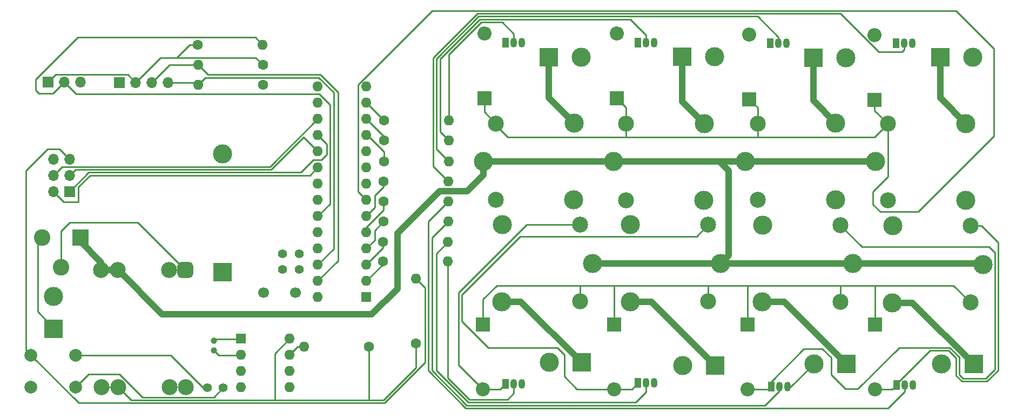
<source format=gbr>
%TF.GenerationSoftware,KiCad,Pcbnew,7.0.7*%
%TF.CreationDate,2024-02-15T10:33:02+01:00*%
%TF.ProjectId,Projektarbete_P3,50726f6a-656b-4746-9172-626574655f50,rev?*%
%TF.SameCoordinates,Original*%
%TF.FileFunction,Copper,L2,Bot*%
%TF.FilePolarity,Positive*%
%FSLAX46Y46*%
G04 Gerber Fmt 4.6, Leading zero omitted, Abs format (unit mm)*
G04 Created by KiCad (PCBNEW 7.0.7) date 2024-02-15 10:33:02*
%MOMM*%
%LPD*%
G01*
G04 APERTURE LIST*
G04 Aperture macros list*
%AMRoundRect*
0 Rectangle with rounded corners*
0 $1 Rounding radius*
0 $2 $3 $4 $5 $6 $7 $8 $9 X,Y pos of 4 corners*
0 Add a 4 corners polygon primitive as box body*
4,1,4,$2,$3,$4,$5,$6,$7,$8,$9,$2,$3,0*
0 Add four circle primitives for the rounded corners*
1,1,$1+$1,$2,$3*
1,1,$1+$1,$4,$5*
1,1,$1+$1,$6,$7*
1,1,$1+$1,$8,$9*
0 Add four rect primitives between the rounded corners*
20,1,$1+$1,$2,$3,$4,$5,0*
20,1,$1+$1,$4,$5,$6,$7,0*
20,1,$1+$1,$6,$7,$8,$9,0*
20,1,$1+$1,$8,$9,$2,$3,0*%
G04 Aperture macros list end*
%TA.AperFunction,ComponentPad*%
%ADD10R,3.000000X3.000000*%
%TD*%
%TA.AperFunction,ComponentPad*%
%ADD11C,3.000000*%
%TD*%
%TA.AperFunction,ComponentPad*%
%ADD12R,1.050000X1.500000*%
%TD*%
%TA.AperFunction,ComponentPad*%
%ADD13O,1.050000X1.500000*%
%TD*%
%TA.AperFunction,ComponentPad*%
%ADD14C,1.600000*%
%TD*%
%TA.AperFunction,ComponentPad*%
%ADD15O,1.600000X1.600000*%
%TD*%
%TA.AperFunction,ComponentPad*%
%ADD16C,2.000000*%
%TD*%
%TA.AperFunction,ComponentPad*%
%ADD17C,2.500000*%
%TD*%
%TA.AperFunction,ComponentPad*%
%ADD18R,1.700000X1.700000*%
%TD*%
%TA.AperFunction,ComponentPad*%
%ADD19O,1.700000X1.700000*%
%TD*%
%TA.AperFunction,ComponentPad*%
%ADD20C,1.700000*%
%TD*%
%TA.AperFunction,ComponentPad*%
%ADD21RoundRect,0.625000X-0.625000X0.625000X-0.625000X-0.625000X0.625000X-0.625000X0.625000X0.625000X0*%
%TD*%
%TA.AperFunction,ComponentPad*%
%ADD22R,2.200000X2.200000*%
%TD*%
%TA.AperFunction,ComponentPad*%
%ADD23O,2.200000X2.200000*%
%TD*%
%TA.AperFunction,ComponentPad*%
%ADD24R,2.600000X2.600000*%
%TD*%
%TA.AperFunction,ComponentPad*%
%ADD25C,2.600000*%
%TD*%
%TA.AperFunction,ComponentPad*%
%ADD26C,1.000000*%
%TD*%
%TA.AperFunction,ComponentPad*%
%ADD27C,1.400000*%
%TD*%
%TA.AperFunction,ComponentPad*%
%ADD28R,1.600000X1.600000*%
%TD*%
%TA.AperFunction,Conductor*%
%ADD29C,0.250000*%
%TD*%
%TA.AperFunction,Conductor*%
%ADD30C,1.000000*%
%TD*%
G04 APERTURE END LIST*
D10*
%TO.P,J2,1,Pin_1*%
%TO.N,Net-(J2-Pin_1)*%
X202666800Y-106248400D03*
D11*
%TO.P,J2,2,Pin_2*%
%TO.N,GND*%
X197586800Y-106248400D03*
%TD*%
D12*
%TO.P,Q4,1,C*%
%TO.N,Net-(D4-A)*%
X170764400Y-55956400D03*
D13*
%TO.P,Q4,2,B*%
%TO.N,Net-(Q4-B)*%
X172034400Y-55956400D03*
%TO.P,Q4,3,E*%
%TO.N,GND*%
X173304400Y-55956400D03*
%TD*%
D12*
%TO.P,Q2,1,C*%
%TO.N,Net-(D2-A)*%
X190595600Y-109543200D03*
D13*
%TO.P,Q2,2,B*%
%TO.N,Net-(Q2-B)*%
X191865600Y-109543200D03*
%TO.P,Q2,3,E*%
%TO.N,GND*%
X193135600Y-109543200D03*
%TD*%
D14*
%TO.P,R9,1*%
%TO.N,+5V*%
X115240000Y-102997200D03*
D15*
%TO.P,R9,2*%
%TO.N,/Resetbutton*%
X115240000Y-92837200D03*
%TD*%
D14*
%TO.P,R10,1*%
%TO.N,+5V*%
X91236800Y-59334400D03*
D15*
%TO.P,R10,2*%
%TO.N,/AnalogPin4{slash}SDA*%
X81076800Y-59334400D03*
%TD*%
D16*
%TO.P,SW1,1,1*%
%TO.N,Net-(C1-Pad2)*%
X61873200Y-109844400D03*
%TO.P,SW1,2,2*%
%TO.N,GND*%
X54862800Y-109844400D03*
%TO.P,SW1,3,K*%
%TO.N,/Resetbutton*%
X54862800Y-104815200D03*
%TO.P,SW1,4,A*%
%TO.N,Net-(SW1-A)*%
X61924000Y-104815200D03*
%TD*%
D10*
%TO.P,J1,1,Pin_1*%
%TO.N,Net-(J1-Pin_1)*%
X197416000Y-58140200D03*
D11*
%TO.P,J1,2,Pin_2*%
%TO.N,GND*%
X202496000Y-58140200D03*
%TD*%
D14*
%TO.P,R12,1*%
%TO.N,+5V*%
X81026000Y-56134000D03*
D15*
%TO.P,R12,2*%
%TO.N,/AnalogPin0*%
X91186000Y-56134000D03*
%TD*%
D11*
%TO.P,K5,1*%
%TO.N,/Power_input*%
X163008400Y-90449600D03*
D17*
%TO.P,K5,2*%
%TO.N,Net-(D5-A)*%
X161058400Y-84399600D03*
D11*
%TO.P,K5,3*%
%TO.N,unconnected-(K5-Pad3)*%
X148858400Y-84399600D03*
%TO.P,K5,4*%
%TO.N,Net-(J5-Pin_1)*%
X148808400Y-96449600D03*
D17*
%TO.P,K5,5*%
%TO.N,+5V*%
X161058400Y-96399600D03*
%TD*%
D11*
%TO.P,K6,1*%
%TO.N,/Power_input*%
X146250000Y-74500000D03*
D17*
%TO.P,K6,2*%
%TO.N,Net-(D6-A)*%
X148200000Y-80550000D03*
D11*
%TO.P,K6,3*%
%TO.N,unconnected-(K6-Pad3)*%
X160400000Y-80550000D03*
%TO.P,K6,4*%
%TO.N,Net-(J6-Pin_1)*%
X160450000Y-68500000D03*
D17*
%TO.P,K6,5*%
%TO.N,+5V*%
X148200000Y-68550000D03*
%TD*%
D14*
%TO.P,R11,1*%
%TO.N,+5V*%
X91236800Y-62433200D03*
D15*
%TO.P,R11,2*%
%TO.N,/AnalogPin5{slash}SCL*%
X81076800Y-62433200D03*
%TD*%
D11*
%TO.P,K8,1*%
%TO.N,/Power_input*%
X125850000Y-74450000D03*
D17*
%TO.P,K8,2*%
%TO.N,Net-(D8-A)*%
X127800000Y-80500000D03*
D11*
%TO.P,K8,3*%
%TO.N,unconnected-(K8-Pad3)*%
X140000000Y-80500000D03*
%TO.P,K8,4*%
%TO.N,Net-(J8-Pin_1)*%
X140050000Y-68450000D03*
D17*
%TO.P,K8,5*%
%TO.N,+5V*%
X127800000Y-68500000D03*
%TD*%
D18*
%TO.P,J12,1,Pin_1*%
%TO.N,+5V*%
X57556400Y-62026800D03*
D19*
%TO.P,J12,2,Pin_2*%
%TO.N,/AnalogPin0*%
X60096400Y-62026800D03*
%TO.P,J12,3,Pin_3*%
%TO.N,GND*%
X62636400Y-62026800D03*
%TD*%
D12*
%TO.P,Q6,1,C*%
%TO.N,Net-(D6-A)*%
X150057200Y-55796800D03*
D13*
%TO.P,Q6,2,B*%
%TO.N,Net-(Q6-B)*%
X151327200Y-55796800D03*
%TO.P,Q6,3,E*%
%TO.N,GND*%
X152597200Y-55796800D03*
%TD*%
D12*
%TO.P,Q5,1,C*%
%TO.N,Net-(D5-A)*%
X150057200Y-109187600D03*
D13*
%TO.P,Q5,2,B*%
%TO.N,Net-(Q5-B)*%
X151327200Y-109187600D03*
%TO.P,Q5,3,E*%
%TO.N,GND*%
X152597200Y-109187600D03*
%TD*%
D20*
%TO.P,Y1,1,1*%
%TO.N,/XTAL2{slash}TOSC2*%
X96378400Y-94996000D03*
%TO.P,Y1,2,2*%
%TO.N,/XTAL1{slash}TOSC1*%
X91378400Y-94996000D03*
%TD*%
D12*
%TO.P,Q3,1,C*%
%TO.N,Net-(D3-A)*%
X170916800Y-109804400D03*
D13*
%TO.P,Q3,2,B*%
%TO.N,Net-(Q3-B)*%
X172186800Y-109804400D03*
%TO.P,Q3,3,E*%
%TO.N,GND*%
X173456800Y-109804400D03*
%TD*%
D21*
%TO.P,Volt_regulator1,1,INPUT-*%
%TO.N,Net-(BJ1-Pad3)*%
X79121000Y-91490800D03*
D17*
%TO.P,Volt_regulator1,2,INPUT-*%
X76581000Y-91490800D03*
%TO.P,Volt_regulator1,3,INPUT+*%
%TO.N,/Power_input*%
X68529200Y-91490800D03*
%TO.P,Volt_regulator1,4,INPUT+*%
X65918000Y-91490800D03*
%TO.P,Volt_regulator1,5,OUTPUT-*%
%TO.N,GND*%
X79146400Y-109829600D03*
%TO.P,Volt_regulator1,6,OUTPUT-*%
X76606400Y-109829600D03*
%TO.P,Volt_regulator1,7,OUTPUT+*%
%TO.N,+5V*%
X68554600Y-109829600D03*
%TO.P,Volt_regulator1,8,OUTPUT+*%
X65943400Y-109829600D03*
%TD*%
D10*
%TO.P,J3,1,Pin_1*%
%TO.N,Net-(J3-Pin_1)*%
X182702400Y-106197600D03*
D11*
%TO.P,J3,2,Pin_2*%
%TO.N,GND*%
X177622400Y-106197600D03*
%TD*%
D14*
%TO.P,R6,1*%
%TO.N,/DIG_I{slash}O6*%
X110261600Y-71145600D03*
D15*
%TO.P,R6,2*%
%TO.N,Net-(Q6-B)*%
X120421600Y-71145600D03*
%TD*%
D22*
%TO.P,D3,1,K*%
%TO.N,+5V*%
X167208400Y-100050800D03*
D23*
%TO.P,D3,2,A*%
%TO.N,Net-(D3-A)*%
X167208400Y-110210800D03*
%TD*%
D24*
%TO.P,BJ1,1*%
%TO.N,/Power_input*%
X62636400Y-86360000D03*
D25*
%TO.P,BJ1,2*%
%TO.N,Net-(J9-Pin_1)*%
X56636400Y-86360000D03*
%TO.P,BJ1,3*%
%TO.N,Net-(BJ1-Pad3)*%
X59636400Y-91060000D03*
%TD*%
D14*
%TO.P,R5,1*%
%TO.N,/DIG_I{slash}O1*%
X110109200Y-87046000D03*
D15*
%TO.P,R5,2*%
%TO.N,Net-(Q5-B)*%
X120269200Y-87046000D03*
%TD*%
D10*
%TO.P,J4,1,Pin_1*%
%TO.N,Net-(J4-Pin_1)*%
X177520800Y-58191600D03*
D11*
%TO.P,J4,2,Pin_2*%
%TO.N,GND*%
X182600800Y-58191600D03*
%TD*%
D26*
%TO.P,Y2,1,1*%
%TO.N,/X2-Crystal*%
X83566000Y-104077200D03*
%TO.P,Y2,2,2*%
%TO.N,/X1-Crystal*%
X83566000Y-102577200D03*
%TD*%
D10*
%TO.P,J7,1,Pin_1*%
%TO.N,Net-(J7-Pin_1)*%
X141198800Y-105987800D03*
D11*
%TO.P,J7,2,Pin_2*%
%TO.N,GND*%
X136118800Y-105987800D03*
%TD*%
D27*
%TO.P,C1,1*%
%TO.N,Net-(SW1-A)*%
X82550000Y-109931200D03*
%TO.P,C1,2*%
%TO.N,Net-(C1-Pad2)*%
X85050000Y-109931200D03*
%TD*%
D11*
%TO.P,K3,1*%
%TO.N,/Power_input*%
X183734800Y-90500400D03*
D17*
%TO.P,K3,2*%
%TO.N,Net-(D3-A)*%
X181784800Y-84450400D03*
D11*
%TO.P,K3,3*%
%TO.N,unconnected-(K3-Pad3)*%
X169584800Y-84450400D03*
%TO.P,K3,4*%
%TO.N,Net-(J3-Pin_1)*%
X169534800Y-96500400D03*
D17*
%TO.P,K3,5*%
%TO.N,+5V*%
X181784800Y-96450400D03*
%TD*%
D12*
%TO.P,Q8,1,C*%
%TO.N,Net-(D8-A)*%
X129330800Y-55796800D03*
D13*
%TO.P,Q8,2,B*%
%TO.N,Net-(Q8-B)*%
X130600800Y-55796800D03*
%TO.P,Q8,3,E*%
%TO.N,GND*%
X131870800Y-55796800D03*
%TD*%
D14*
%TO.P,R13,1*%
%TO.N,+5V*%
X107899200Y-103530400D03*
D15*
%TO.P,R13,2*%
%TO.N,Net-(U2-SQW{slash}OUT)*%
X97739200Y-103530400D03*
%TD*%
D18*
%TO.P,J11,1,MISO*%
%TO.N,/MISO*%
X60960000Y-79197200D03*
D19*
%TO.P,J11,2,VCC*%
%TO.N,+5V*%
X58420000Y-79197200D03*
%TO.P,J11,3,SCK*%
%TO.N,/SCK*%
X60960000Y-76657200D03*
%TO.P,J11,4,MOSI*%
%TO.N,/MOSI{slash}OC2A*%
X58420000Y-76657200D03*
%TO.P,J11,5,~{RST}*%
%TO.N,/Resetbutton*%
X60960000Y-74117200D03*
%TO.P,J11,6,GND*%
%TO.N,GND*%
X58420000Y-74117200D03*
%TD*%
D22*
%TO.P,D4,1,K*%
%TO.N,+5V*%
X167462400Y-64687400D03*
D23*
%TO.P,D4,2,A*%
%TO.N,Net-(D4-A)*%
X167462400Y-54527400D03*
%TD*%
D22*
%TO.P,D2,1,K*%
%TO.N,+5V*%
X187172800Y-100050800D03*
D23*
%TO.P,D2,2,A*%
%TO.N,Net-(D2-A)*%
X187172800Y-110210800D03*
%TD*%
D22*
%TO.P,D1,1,K*%
%TO.N,+5V*%
X187122000Y-64795600D03*
D23*
%TO.P,D1,2,A*%
%TO.N,Net-(D1-A)*%
X187122000Y-54635600D03*
%TD*%
D10*
%TO.P,J8,1,Pin_1*%
%TO.N,Net-(J8-Pin_1)*%
X136068000Y-58134200D03*
D11*
%TO.P,J8,2,Pin_2*%
%TO.N,GND*%
X141148000Y-58134200D03*
%TD*%
D27*
%TO.P,C3,1*%
%TO.N,/XTAL2{slash}TOSC2*%
X96977200Y-91420000D03*
%TO.P,C3,2*%
%TO.N,GND*%
X96977200Y-88920000D03*
%TD*%
D10*
%TO.P,J9,1,Pin_1*%
%TO.N,Net-(J9-Pin_1)*%
X58420000Y-100736400D03*
D11*
%TO.P,J9,2,Pin_2*%
%TO.N,GND*%
X58420000Y-95656400D03*
%TD*%
%TO.P,K1,1*%
%TO.N,/Power_input*%
X187250000Y-74500000D03*
D17*
%TO.P,K1,2*%
%TO.N,Net-(D1-A)*%
X189200000Y-80550000D03*
D11*
%TO.P,K1,3*%
%TO.N,unconnected-(K1-Pad3)*%
X201400000Y-80550000D03*
%TO.P,K1,4*%
%TO.N,Net-(J1-Pin_1)*%
X201450000Y-68500000D03*
D17*
%TO.P,K1,5*%
%TO.N,+5V*%
X189200000Y-68550000D03*
%TD*%
D12*
%TO.P,Q7,1,C*%
%TO.N,Net-(D7-A)*%
X129330800Y-109340000D03*
D13*
%TO.P,Q7,2,B*%
%TO.N,Net-(Q7-B)*%
X130600800Y-109340000D03*
%TO.P,Q7,3,E*%
%TO.N,GND*%
X131870800Y-109340000D03*
%TD*%
D10*
%TO.P,J6,1,Pin_1*%
%TO.N,Net-(J6-Pin_1)*%
X156997600Y-58039200D03*
D11*
%TO.P,J6,2,Pin_2*%
%TO.N,GND*%
X162077600Y-58039200D03*
%TD*%
D18*
%TO.P,J10,1,Pin_1*%
%TO.N,GND*%
X68783200Y-62077600D03*
D19*
%TO.P,J10,2,Pin_2*%
%TO.N,+5V*%
X71323200Y-62077600D03*
%TO.P,J10,3,Pin_3*%
%TO.N,/AnalogPin4{slash}SDA*%
X73863200Y-62077600D03*
%TO.P,J10,4,Pin_4*%
%TO.N,/AnalogPin5{slash}SCL*%
X76403200Y-62077600D03*
%TD*%
D14*
%TO.P,R2,1*%
%TO.N,/DIG_I{slash}O3*%
X110160000Y-80696000D03*
D15*
%TO.P,R2,2*%
%TO.N,Net-(Q2-B)*%
X120320000Y-80696000D03*
%TD*%
D14*
%TO.P,R8,1*%
%TO.N,/DIG_I{slash}O7*%
X110261600Y-67996000D03*
D15*
%TO.P,R8,2*%
%TO.N,Net-(Q8-B)*%
X120421600Y-67996000D03*
%TD*%
D22*
%TO.P,D8,1,K*%
%TO.N,+5V*%
X126009600Y-64541600D03*
D23*
%TO.P,D8,2,A*%
%TO.N,Net-(D8-A)*%
X126009600Y-54381600D03*
%TD*%
D14*
%TO.P,R4,1*%
%TO.N,/DIG_I{slash}O5*%
X110210800Y-74498400D03*
D15*
%TO.P,R4,2*%
%TO.N,Net-(Q4-B)*%
X120370800Y-74498400D03*
%TD*%
D10*
%TO.P,BT1,1,+*%
%TO.N,Net-(BT1-+)*%
X84886800Y-91846400D03*
D11*
%TO.P,BT1,2,-*%
%TO.N,GND*%
X84886800Y-73304400D03*
%TD*%
D12*
%TO.P,Q1,1,C*%
%TO.N,Net-(D1-A)*%
X190525600Y-55905600D03*
D13*
%TO.P,Q1,2,B*%
%TO.N,Net-(Q1-B)*%
X191795600Y-55905600D03*
%TO.P,Q1,3,E*%
%TO.N,GND*%
X193065600Y-55905600D03*
%TD*%
D22*
%TO.P,D6,1,K*%
%TO.N,+5V*%
X146736000Y-64535000D03*
D23*
%TO.P,D6,2,A*%
%TO.N,Net-(D6-A)*%
X146736000Y-54375000D03*
%TD*%
D22*
%TO.P,D7,1,K*%
%TO.N,+5V*%
X125755600Y-100050800D03*
D23*
%TO.P,D7,2,A*%
%TO.N,Net-(D7-A)*%
X125755600Y-110210800D03*
%TD*%
D14*
%TO.P,R1,1*%
%TO.N,/DIG_I{slash}O4*%
X110160000Y-77597200D03*
D15*
%TO.P,R1,2*%
%TO.N,Net-(Q1-B)*%
X120320000Y-77597200D03*
%TD*%
D22*
%TO.P,D5,1,K*%
%TO.N,+5V*%
X146278800Y-100000000D03*
D23*
%TO.P,D5,2,A*%
%TO.N,Net-(D5-A)*%
X146278800Y-110160000D03*
%TD*%
D11*
%TO.P,K7,1*%
%TO.N,/Power_input*%
X142891600Y-90449600D03*
D17*
%TO.P,K7,2*%
%TO.N,Net-(D7-A)*%
X140941600Y-84399600D03*
D11*
%TO.P,K7,3*%
%TO.N,unconnected-(K7-Pad3)*%
X128741600Y-84399600D03*
%TO.P,K7,4*%
%TO.N,Net-(J7-Pin_1)*%
X128691600Y-96449600D03*
D17*
%TO.P,K7,5*%
%TO.N,+5V*%
X140941600Y-96399600D03*
%TD*%
D11*
%TO.P,K4,1*%
%TO.N,/Power_input*%
X166850000Y-74450000D03*
D17*
%TO.P,K4,2*%
%TO.N,Net-(D4-A)*%
X168800000Y-80500000D03*
D11*
%TO.P,K4,3*%
%TO.N,unconnected-(K4-Pad3)*%
X181000000Y-80500000D03*
%TO.P,K4,4*%
%TO.N,Net-(J4-Pin_1)*%
X181050000Y-68450000D03*
D17*
%TO.P,K4,5*%
%TO.N,+5V*%
X168800000Y-68500000D03*
%TD*%
D28*
%TO.P,U1,1,~{RESET}/PC6*%
%TO.N,/Resetbutton*%
X107467600Y-95732800D03*
D15*
%TO.P,U1,2,PD0*%
%TO.N,/DIG_I{slash}O0*%
X107467600Y-93192800D03*
%TO.P,U1,3,PD1*%
%TO.N,/DIG_I{slash}O1*%
X107467600Y-90652800D03*
%TO.P,U1,4,PD2*%
%TO.N,/DIG_I{slash}O2*%
X107467600Y-88112800D03*
%TO.P,U1,5,PD3*%
%TO.N,/DIG_I{slash}O3*%
X107467600Y-85572800D03*
%TO.P,U1,6,PD4*%
%TO.N,/DIG_I{slash}O4*%
X107467600Y-83032800D03*
%TO.P,U1,7,VCC*%
%TO.N,+5V*%
X107467600Y-80492800D03*
%TO.P,U1,8,GND*%
%TO.N,GND*%
X107467600Y-77952800D03*
%TO.P,U1,9,XTAL1/PB6*%
%TO.N,/XTAL1{slash}TOSC1*%
X107467600Y-75412800D03*
%TO.P,U1,10,XTAL2/PB7*%
%TO.N,/XTAL2{slash}TOSC2*%
X107467600Y-72872800D03*
%TO.P,U1,11,PD5*%
%TO.N,/DIG_I{slash}O5*%
X107467600Y-70332800D03*
%TO.P,U1,12,PD6*%
%TO.N,/DIG_I{slash}O6*%
X107467600Y-67792800D03*
%TO.P,U1,13,PD7*%
%TO.N,/DIG_I{slash}O7*%
X107467600Y-65252800D03*
%TO.P,U1,14,PB0*%
%TO.N,/CLKO{slash}ICP1*%
X107467600Y-62712800D03*
%TO.P,U1,15,PB1*%
%TO.N,/OC1A*%
X99847600Y-62712800D03*
%TO.P,U1,16,PB2*%
%TO.N,/SS{slash}OC1B*%
X99847600Y-65252800D03*
%TO.P,U1,17,PB3*%
%TO.N,/MOSI{slash}OC2A*%
X99847600Y-67792800D03*
%TO.P,U1,18,PB4*%
%TO.N,/MISO*%
X99847600Y-70332800D03*
%TO.P,U1,19,PB5*%
%TO.N,/SCK*%
X99847600Y-72872800D03*
%TO.P,U1,20,AVCC*%
%TO.N,+5V*%
X99847600Y-75412800D03*
%TO.P,U1,21,AREF*%
%TO.N,unconnected-(U1-AREF-Pad21)*%
X99847600Y-77952800D03*
%TO.P,U1,22,GND*%
%TO.N,GND*%
X99847600Y-80492800D03*
%TO.P,U1,23,PC0*%
%TO.N,/AnalogPin0*%
X99847600Y-83032800D03*
%TO.P,U1,24,PC1*%
%TO.N,/AnalogPin1*%
X99847600Y-85572800D03*
%TO.P,U1,25,PC2*%
%TO.N,/AnalogPin2*%
X99847600Y-88112800D03*
%TO.P,U1,26,PC3*%
%TO.N,/AnalogPin5{slash}SCL*%
X99847600Y-90652800D03*
%TO.P,U1,27,PC4*%
%TO.N,/AnalogPin4{slash}SDA*%
X99847600Y-93192800D03*
%TO.P,U1,28,PC5*%
%TO.N,/AnalogPin5*%
X99847600Y-95732800D03*
%TD*%
D11*
%TO.P,K2,1*%
%TO.N,/Power_input*%
X204105600Y-90602000D03*
D17*
%TO.P,K2,2*%
%TO.N,Net-(D2-A)*%
X202155600Y-84552000D03*
D11*
%TO.P,K2,3*%
%TO.N,unconnected-(K2-Pad3)*%
X189955600Y-84552000D03*
%TO.P,K2,4*%
%TO.N,Net-(J2-Pin_1)*%
X189905600Y-96602000D03*
D17*
%TO.P,K2,5*%
%TO.N,+5V*%
X202155600Y-96552000D03*
%TD*%
D27*
%TO.P,C2,1*%
%TO.N,/XTAL1{slash}TOSC1*%
X94284800Y-91420000D03*
%TO.P,C2,2*%
%TO.N,GND*%
X94284800Y-88920000D03*
%TD*%
D28*
%TO.P,U2,1,X1*%
%TO.N,/X1-Crystal*%
X87833200Y-102260400D03*
D15*
%TO.P,U2,2,X2*%
%TO.N,/X2-Crystal*%
X87833200Y-104800400D03*
%TO.P,U2,3,VBAT*%
%TO.N,Net-(BT1-+)*%
X87833200Y-107340400D03*
%TO.P,U2,4,GND*%
%TO.N,GND*%
X87833200Y-109880400D03*
%TO.P,U2,5,SDA*%
%TO.N,/AnalogPin4{slash}SDA*%
X95453200Y-109880400D03*
%TO.P,U2,6,SCL*%
%TO.N,/AnalogPin5{slash}SCL*%
X95453200Y-107340400D03*
%TO.P,U2,7,SQW/OUT*%
%TO.N,Net-(U2-SQW{slash}OUT)*%
X95453200Y-104800400D03*
%TO.P,U2,8,VCC*%
%TO.N,+5V*%
X95453200Y-102260400D03*
%TD*%
D10*
%TO.P,J5,1,Pin_1*%
%TO.N,Net-(J5-Pin_1)*%
X162128400Y-106451600D03*
D11*
%TO.P,J5,2,Pin_2*%
%TO.N,GND*%
X157048400Y-106451600D03*
%TD*%
D14*
%TO.P,R3,1*%
%TO.N,/DIG_I{slash}O2*%
X110160000Y-83896400D03*
D15*
%TO.P,R3,2*%
%TO.N,Net-(Q3-B)*%
X120320000Y-83896400D03*
%TD*%
D14*
%TO.P,R7,1*%
%TO.N,/DIG_I{slash}O0*%
X110058400Y-90144800D03*
D15*
%TO.P,R7,2*%
%TO.N,Net-(Q7-B)*%
X120218400Y-90144800D03*
%TD*%
D29*
%TO.N,GND*%
X174015600Y-109804400D02*
X177622400Y-106197600D01*
X173456800Y-109804400D02*
X174015600Y-109804400D01*
X152597200Y-56021800D02*
X152597200Y-55796800D01*
X173304400Y-56181400D02*
X173304400Y-55956400D01*
%TO.N,Net-(SW1-A)*%
X76793600Y-104815200D02*
X61924000Y-104815200D01*
X81909600Y-109931200D02*
X76793600Y-104815200D01*
X82550000Y-109931200D02*
X81909600Y-109931200D01*
%TO.N,+5V*%
X167157600Y-100000000D02*
X167208400Y-100050800D01*
X115240000Y-106780404D02*
X115240000Y-102997200D01*
X140941600Y-96399600D02*
X140941600Y-94008800D01*
X107899200Y-109829600D02*
X107899200Y-106680000D01*
X186868000Y-79172000D02*
X186868000Y-81204000D01*
X98618200Y-76642200D02*
X99847600Y-75412800D01*
X141046400Y-93904000D02*
X146228000Y-93904000D01*
X59994800Y-80772000D02*
X62331600Y-80772000D01*
X168800000Y-68500000D02*
X168800000Y-66025000D01*
X167208400Y-100050800D02*
X167208400Y-93904000D01*
X146228000Y-100050800D02*
X146278800Y-100000000D01*
X205816400Y-70511996D02*
X205816400Y-56769200D01*
X127940000Y-93904000D02*
X141046400Y-93904000D01*
X161058400Y-93951600D02*
X161010800Y-93904000D01*
X93116400Y-104597200D02*
X93116400Y-111829200D01*
X168800000Y-70620800D02*
X168783200Y-70637600D01*
X106172000Y-79197200D02*
X107467600Y-80492800D01*
X90111800Y-58209400D02*
X91236800Y-59334400D01*
X126009600Y-64541600D02*
X126009600Y-66709600D01*
X93065600Y-111880000D02*
X107238800Y-111880000D01*
X107899200Y-103530400D02*
X107899200Y-106680000D01*
X205816400Y-56769200D02*
X199872800Y-50825600D01*
X58420000Y-79197200D02*
X59994800Y-80772000D01*
X125755600Y-96088400D02*
X127940000Y-93904000D01*
X140941600Y-94008800D02*
X141046400Y-93904000D01*
X148200000Y-68550000D02*
X148200000Y-65999000D01*
X167208400Y-93904000D02*
X181737200Y-93904000D01*
X189200000Y-68550000D02*
X187122000Y-66472000D01*
X187112400Y-70637600D02*
X189200000Y-68550000D01*
X106172000Y-62417409D02*
X106172000Y-79197200D01*
X181784800Y-96450400D02*
X181784800Y-93951600D01*
X187172800Y-93904000D02*
X199507600Y-93904000D01*
X148200000Y-68550000D02*
X148200000Y-70526800D01*
X146736000Y-65374800D02*
X146736000Y-64535000D01*
X168800000Y-68500000D02*
X168800000Y-70620800D01*
X193953396Y-82375000D02*
X205816400Y-70511996D01*
X189200000Y-68550000D02*
X189200000Y-76840000D01*
X107899200Y-109829600D02*
X107899200Y-111829200D01*
X62331600Y-80772000D02*
X62331600Y-78461996D01*
X181784800Y-93951600D02*
X181737200Y-93904000D01*
X146278800Y-93954800D02*
X146228000Y-93904000D01*
X186868000Y-81204000D02*
X188039000Y-82375000D01*
X70620200Y-111880000D02*
X93065600Y-111880000D01*
X148310800Y-70637600D02*
X168783200Y-70637600D01*
X68569800Y-109829600D02*
X70620200Y-111880000D01*
X161058400Y-96399600D02*
X161058400Y-93951600D01*
X127800000Y-68770400D02*
X129667200Y-70637600D01*
X110140404Y-111880000D02*
X115240000Y-106780404D01*
X93116400Y-111829200D02*
X93065600Y-111880000D01*
X187172800Y-100050800D02*
X187172800Y-93904000D01*
X71323200Y-62077600D02*
X75191400Y-58209400D01*
X81026000Y-56134000D02*
X79799400Y-56134000D01*
X188039000Y-82375000D02*
X193953396Y-82375000D01*
X64151396Y-76642200D02*
X98618200Y-76642200D01*
X148200000Y-65999000D02*
X146736000Y-64535000D01*
X62331600Y-78461996D02*
X64151396Y-76642200D01*
X79799400Y-56134000D02*
X77724000Y-58209400D01*
X68554600Y-109829600D02*
X65943400Y-109829600D01*
X75191400Y-58209400D02*
X77724000Y-58209400D01*
X187122000Y-66472000D02*
X187122000Y-64795600D01*
X129667200Y-70637600D02*
X148310800Y-70637600D01*
X77724000Y-58209400D02*
X90111800Y-58209400D01*
X168783200Y-70637600D02*
X187112400Y-70637600D01*
X68554600Y-109829600D02*
X68569800Y-109829600D01*
X168800000Y-66025000D02*
X167462400Y-64687400D01*
X146228000Y-93904000D02*
X161010800Y-93904000D01*
X161010800Y-93904000D02*
X167208400Y-93904000D01*
X70097400Y-60851800D02*
X71323200Y-62077600D01*
X199507600Y-93904000D02*
X202155600Y-96552000D01*
X126009600Y-66709600D02*
X127800000Y-68500000D01*
X189200000Y-76840000D02*
X186868000Y-79172000D01*
X107238800Y-111880000D02*
X110140404Y-111880000D01*
X146278800Y-100000000D02*
X146278800Y-93954800D01*
X167462400Y-65298400D02*
X167462400Y-64687400D01*
X125755600Y-100050800D02*
X125755600Y-96088400D01*
X57556400Y-62026800D02*
X58731400Y-60851800D01*
X181737200Y-93904000D02*
X187172800Y-93904000D01*
X58731400Y-60851800D02*
X70097400Y-60851800D01*
X95453200Y-102260400D02*
X93116400Y-104597200D01*
X117763809Y-50825600D02*
X106172000Y-62417409D01*
X199872800Y-50825600D02*
X117763809Y-50825600D01*
X148200000Y-70526800D02*
X148310800Y-70637600D01*
%TO.N,Net-(C1-Pad2)*%
X72397587Y-111430000D02*
X83551200Y-111430000D01*
X61873200Y-109844400D02*
X63920000Y-107797600D01*
X83551200Y-111430000D02*
X85050000Y-109931200D01*
X63920000Y-107797600D02*
X68765187Y-107797600D01*
X68765187Y-107797600D02*
X72397587Y-111430000D01*
%TO.N,Net-(D1-A)*%
X190525600Y-55748518D02*
X190525600Y-55905600D01*
%TO.N,/MISO*%
X101270000Y-73330000D02*
X101270000Y-71755200D01*
X63965000Y-76192200D02*
X97164596Y-76192200D01*
X101270000Y-71755200D02*
X99847600Y-70332800D01*
X97164596Y-76192200D02*
X99188796Y-74168000D01*
X100432000Y-74168000D02*
X101270000Y-73330000D01*
X60960000Y-79197200D02*
X63965000Y-76192200D01*
X99188796Y-74168000D02*
X100432000Y-74168000D01*
%TO.N,/SCK*%
X61875000Y-75742200D02*
X92534596Y-75742200D01*
X97625798Y-70650998D02*
X99847600Y-72872800D01*
X92534596Y-75742200D02*
X97625798Y-70650998D01*
X60960000Y-76657200D02*
X61875000Y-75742200D01*
%TO.N,/MOSI{slash}OC2A*%
X59785000Y-75292200D02*
X92348200Y-75292200D01*
X92348200Y-75292200D02*
X99847600Y-67792800D01*
X58420000Y-76657200D02*
X59785000Y-75292200D01*
%TO.N,/Resetbutton*%
X116695000Y-94292200D02*
X115240000Y-92837200D01*
X57454800Y-72542400D02*
X54102000Y-75895200D01*
X116695000Y-105961800D02*
X116695000Y-94292200D01*
X59385200Y-72542400D02*
X57454800Y-72542400D01*
X62377600Y-112330000D02*
X110326800Y-112330000D01*
X54102000Y-104054400D02*
X54862800Y-104815200D01*
X54102000Y-75895200D02*
X54102000Y-104054400D01*
X60960000Y-74117200D02*
X59385200Y-72542400D01*
X110326800Y-112330000D02*
X116695000Y-105961800D01*
X54862800Y-104815200D02*
X62377600Y-112330000D01*
D30*
%TO.N,Net-(J5-Pin_1)*%
X162128400Y-106451600D02*
X152126400Y-96449600D01*
X152126400Y-96449600D02*
X148808400Y-96449600D01*
%TO.N,/Power_input*%
X68529200Y-91490800D02*
X65918000Y-91490800D01*
D29*
X163008400Y-74616400D02*
X162992000Y-74600000D01*
D30*
X112344400Y-85725200D02*
X112344400Y-94412000D01*
D29*
X125900000Y-74500000D02*
X125850000Y-74450000D01*
D30*
X68544400Y-91490800D02*
X68529200Y-91490800D01*
X142891600Y-90449600D02*
X163008400Y-90449600D01*
X164262000Y-75870000D02*
X163008400Y-74616400D01*
X183734800Y-90500400D02*
X163059200Y-90500400D01*
X62636400Y-86979200D02*
X62636400Y-86360000D01*
D29*
X163059200Y-90500400D02*
X163008400Y-90449600D01*
D30*
X163008400Y-90449600D02*
X164262000Y-89196000D01*
X123300120Y-79121200D02*
X118948400Y-79121200D01*
X187250000Y-74500000D02*
X162992000Y-74500000D01*
X162992000Y-74500000D02*
X125900000Y-74500000D01*
X125850000Y-74450000D02*
X125850000Y-76571320D01*
X108331200Y-98425200D02*
X75478800Y-98425200D01*
D29*
X204004000Y-90500400D02*
X204105600Y-90602000D01*
X143042000Y-90600000D02*
X142891600Y-90449600D01*
D30*
X112344400Y-94412000D02*
X108331200Y-98425200D01*
X65918000Y-90260800D02*
X62636400Y-86979200D01*
X164262000Y-89196000D02*
X164262000Y-75870000D01*
X125850000Y-76571320D02*
X123300120Y-79121200D01*
X75478800Y-98425200D02*
X68544400Y-91490800D01*
X65918000Y-91490800D02*
X65918000Y-90260800D01*
X118948400Y-79121200D02*
X112344400Y-85725200D01*
X183734800Y-90500400D02*
X204004000Y-90500400D01*
%TO.N,Net-(J7-Pin_1)*%
X128691600Y-96449600D02*
X131660600Y-96449600D01*
X131660600Y-96449600D02*
X141198800Y-105987800D01*
D29*
%TO.N,Net-(Q1-B)*%
X120320000Y-77597200D02*
X117965000Y-75242200D01*
X191398800Y-57302400D02*
X191795600Y-56905600D01*
X181746745Y-51275600D02*
X187773545Y-57302400D01*
X124896408Y-51275600D02*
X181746745Y-51275600D01*
X117965000Y-58207008D02*
X124896408Y-51275600D01*
X187773545Y-57302400D02*
X191398800Y-57302400D01*
X117965000Y-75242200D02*
X117965000Y-58207008D01*
X191795600Y-56905600D02*
X191795600Y-55905600D01*
%TO.N,/DIG_I{slash}O1*%
X110109200Y-88011200D02*
X110109200Y-87046000D01*
X107467600Y-90652800D02*
X110109200Y-88011200D01*
%TO.N,/DIG_I{slash}O6*%
X110261600Y-70586800D02*
X110261600Y-71145600D01*
X107467600Y-67792800D02*
X110261600Y-70586800D01*
%TO.N,/DIG_I{slash}O5*%
X110210800Y-72923600D02*
X110210800Y-74447600D01*
X107467600Y-70332800D02*
X107620000Y-70332800D01*
X107620000Y-70332800D02*
X110210800Y-72923600D01*
%TO.N,/DIG_I{slash}O4*%
X108839200Y-81661200D02*
X108839200Y-79781600D01*
X110160000Y-78460800D02*
X110160000Y-77597200D01*
X107467600Y-83032800D02*
X108839200Y-81661200D01*
X108839200Y-79781600D02*
X110160000Y-78460800D01*
%TO.N,/DIG_I{slash}O3*%
X110160000Y-82118400D02*
X110160000Y-80696000D01*
X107467600Y-84810800D02*
X110160000Y-82118400D01*
X107467600Y-85572800D02*
X107467600Y-84810800D01*
%TO.N,/DIG_I{slash}O2*%
X107467600Y-88112800D02*
X108788400Y-86792000D01*
X108788400Y-85268000D02*
X110160000Y-83896400D01*
X108788400Y-86792000D02*
X108788400Y-85268000D01*
%TO.N,/DIG_I{slash}O0*%
X107467600Y-93192800D02*
X110058400Y-90602000D01*
X110058400Y-90602000D02*
X110058400Y-90144800D01*
%TO.N,/AnalogPin0*%
X101752400Y-81128000D02*
X99847600Y-83032800D01*
X100092191Y-63906400D02*
X101752400Y-65566609D01*
X60096400Y-62026800D02*
X61976000Y-63906400D01*
X55626000Y-63246000D02*
X56134000Y-63754000D01*
X90061000Y-55009000D02*
X62224200Y-55009000D01*
X91186000Y-56134000D02*
X90061000Y-55009000D01*
X55626000Y-61607200D02*
X55626000Y-63246000D01*
X61976000Y-63906400D02*
X100092191Y-63906400D01*
X101752400Y-65566609D02*
X101752400Y-81128000D01*
X62224200Y-55009000D02*
X55626000Y-61607200D01*
X56134000Y-63754000D02*
X58369200Y-63754000D01*
X58369200Y-63754000D02*
X60096400Y-62026800D01*
%TO.N,/AnalogPin4{slash}SDA*%
X100220387Y-60858200D02*
X103022400Y-63660213D01*
X103022400Y-63660213D02*
X103022400Y-90018000D01*
X76606400Y-59334400D02*
X81076800Y-59334400D01*
X103022400Y-90018000D02*
X99847600Y-93192800D01*
X82600600Y-60858200D02*
X100220387Y-60858200D01*
X73863200Y-62077600D02*
X76606400Y-59334400D01*
X81076800Y-59334400D02*
X82600600Y-60858200D01*
%TO.N,Net-(BJ1-Pad3)*%
X79121000Y-91490800D02*
X79121000Y-91475600D01*
X79121000Y-91490800D02*
X76581000Y-91490800D01*
X60960000Y-84023200D02*
X59636400Y-85346800D01*
X79121000Y-91475600D02*
X71668600Y-84023200D01*
X71668600Y-84023200D02*
X60960000Y-84023200D01*
X59636400Y-85346800D02*
X59636400Y-91060000D01*
D30*
%TO.N,Net-(J1-Pin_1)*%
X197416000Y-58140200D02*
X197416000Y-64466000D01*
X197416000Y-64466000D02*
X201450000Y-68500000D01*
%TO.N,Net-(J2-Pin_1)*%
X193020400Y-96602000D02*
X202666800Y-106248400D01*
X189905600Y-96602000D02*
X193020400Y-96602000D01*
%TO.N,Net-(J6-Pin_1)*%
X156997600Y-58039200D02*
X156997600Y-65047600D01*
X156997600Y-65047600D02*
X160450000Y-68500000D01*
D29*
%TO.N,Net-(D2-A)*%
X187172800Y-110210800D02*
X189928000Y-110210800D01*
X195874118Y-104107600D02*
X190595600Y-109386118D01*
X204756800Y-108933600D02*
X200804004Y-108933600D01*
X198721204Y-104107600D02*
X195874118Y-104107600D01*
X202155600Y-84552000D02*
X203881200Y-84552000D01*
X190595600Y-109386118D02*
X190595600Y-109543200D01*
X189928000Y-110210800D02*
X190595600Y-109543200D01*
X200804004Y-108933600D02*
X199930800Y-108060396D01*
X206502000Y-107188400D02*
X204756800Y-108933600D01*
X199930800Y-105317196D02*
X198721204Y-104107600D01*
X199930800Y-108060396D02*
X199930800Y-105317196D01*
X203881200Y-84552000D02*
X206502000Y-87172800D01*
X206502000Y-87172800D02*
X206502000Y-107188400D01*
%TO.N,Net-(D3-A)*%
X184527400Y-110134400D02*
X182575200Y-110134400D01*
X180314800Y-105232400D02*
X178943200Y-103860800D01*
X182575200Y-110134400D02*
X180314800Y-107874000D01*
X200380800Y-107874000D02*
X200380800Y-105130800D01*
X200990400Y-108483600D02*
X200380800Y-107874000D01*
X176047600Y-103860800D02*
X170916800Y-108991600D01*
X181784800Y-84502800D02*
X185140800Y-87858800D01*
X200380800Y-105130800D02*
X198907600Y-103657600D01*
X167208400Y-110210800D02*
X170510400Y-110210800D01*
X181784800Y-84450400D02*
X181784800Y-84502800D01*
X185140800Y-87858800D02*
X205105200Y-87858800D01*
X205105200Y-87858800D02*
X206019600Y-88773200D01*
X198907600Y-103657600D02*
X191004200Y-103657600D01*
X204570404Y-108483600D02*
X200990400Y-108483600D01*
X180314800Y-107874000D02*
X180314800Y-105232400D01*
X206019600Y-107034404D02*
X204570404Y-108483600D01*
X191004200Y-103657600D02*
X184527400Y-110134400D01*
X170916800Y-108991600D02*
X170916800Y-109804400D01*
X170510400Y-110210800D02*
X170916800Y-109804400D01*
X206019600Y-88773200D02*
X206019600Y-107034404D01*
X178943200Y-103860800D02*
X176047600Y-103860800D01*
%TO.N,Net-(D5-A)*%
X146278800Y-110160000D02*
X149084800Y-110160000D01*
X122395600Y-99540800D02*
X126563200Y-103708400D01*
X138506400Y-108178800D02*
X140487600Y-110160000D01*
X137439600Y-103708400D02*
X138506400Y-104775200D01*
X126563200Y-103708400D02*
X137439600Y-103708400D01*
X149084800Y-110160000D02*
X150057200Y-109187600D01*
X161058400Y-84399600D02*
X159233400Y-86224600D01*
X131555400Y-86224600D02*
X122395600Y-95384400D01*
X140487600Y-110160000D02*
X146278800Y-110160000D01*
X122395600Y-95384400D02*
X122395600Y-99540800D01*
X159233400Y-86224600D02*
X131555400Y-86224600D01*
X138506400Y-104775200D02*
X138506400Y-108178800D01*
%TO.N,Net-(D7-A)*%
X121945600Y-106400800D02*
X125755600Y-110210800D01*
X128460000Y-110210800D02*
X129330800Y-109340000D01*
X121945600Y-95050800D02*
X121945600Y-106400800D01*
X140941600Y-84399600D02*
X132596800Y-84399600D01*
X125755600Y-110210800D02*
X128460000Y-110210800D01*
X132596800Y-84399600D02*
X121945600Y-95050800D01*
D30*
%TO.N,Net-(J3-Pin_1)*%
X169534800Y-96500400D02*
X173005200Y-96500400D01*
X173005200Y-96500400D02*
X182702400Y-106197600D01*
%TO.N,Net-(J4-Pin_1)*%
X177520800Y-64920800D02*
X181050000Y-68450000D01*
X177520800Y-58191600D02*
X177520800Y-64920800D01*
%TO.N,Net-(J8-Pin_1)*%
X136068000Y-58134200D02*
X136068000Y-64468000D01*
X136068000Y-64468000D02*
X140050000Y-68450000D01*
D29*
%TO.N,Net-(J9-Pin_1)*%
X55927600Y-98040800D02*
X55927600Y-87068800D01*
X58420000Y-100736400D02*
X58420000Y-100533200D01*
X55927600Y-87068800D02*
X56636400Y-86360000D01*
X58420000Y-100533200D02*
X55927600Y-98040800D01*
%TO.N,Net-(Q2-B)*%
X117145000Y-107239000D02*
X123063200Y-113157200D01*
X123063200Y-113157200D02*
X189251600Y-113157200D01*
X189251600Y-113157200D02*
X191865600Y-110543200D01*
X191865600Y-110543200D02*
X191865600Y-109543200D01*
X117145000Y-83871000D02*
X117145000Y-107239000D01*
X120320000Y-80696000D02*
X117145000Y-83871000D01*
%TO.N,Net-(Q3-B)*%
X172186800Y-110459400D02*
X172186800Y-109804400D01*
X117780000Y-107237604D02*
X123235196Y-112692800D01*
X169953400Y-112692800D02*
X172186800Y-110459400D01*
X123235196Y-112692800D02*
X169953400Y-112692800D01*
X120320000Y-83896400D02*
X117780000Y-86436400D01*
X117780000Y-86436400D02*
X117780000Y-107237604D01*
%TO.N,Net-(Q4-B)*%
X125082804Y-51725600D02*
X168803600Y-51725600D01*
X168803600Y-51725600D02*
X172034400Y-54956400D01*
X118415000Y-58393404D02*
X125082804Y-51725600D01*
X172034400Y-54956400D02*
X172034400Y-55956400D01*
X118415000Y-72491800D02*
X118415000Y-58393404D01*
X120370800Y-74447600D02*
X118415000Y-72491800D01*
%TO.N,Net-(Q5-B)*%
X118415000Y-88900200D02*
X118415000Y-107236208D01*
X123421592Y-112242800D02*
X149682400Y-112242800D01*
X120269200Y-87046000D02*
X118415000Y-88900200D01*
X151327200Y-110598000D02*
X151327200Y-109187600D01*
X118415000Y-107236208D02*
X123421592Y-112242800D01*
X149682400Y-112242800D02*
X151327200Y-110598000D01*
%TO.N,Net-(Q6-B)*%
X148848000Y-52175600D02*
X125269200Y-52175600D01*
X125269200Y-52175600D02*
X119050000Y-58394800D01*
X119050000Y-69774000D02*
X120421600Y-71145600D01*
X151327200Y-55796800D02*
X151327200Y-54654800D01*
X151327200Y-54654800D02*
X148848000Y-52175600D01*
X119050000Y-58394800D02*
X119050000Y-69774000D01*
%TO.N,Net-(Q7-B)*%
X120269200Y-108454012D02*
X123600788Y-111785600D01*
X123600788Y-111785600D02*
X129616400Y-111785600D01*
X130600800Y-110801200D02*
X130600800Y-109340000D01*
X120269200Y-90195600D02*
X120269200Y-108454012D01*
X120218400Y-90144800D02*
X120269200Y-90195600D01*
X129616400Y-111785600D02*
X130600800Y-110801200D01*
%TO.N,Net-(Q8-B)*%
X120421600Y-57659596D02*
X125455596Y-52625600D01*
X130600800Y-54451600D02*
X130600800Y-55796800D01*
X128774800Y-52625600D02*
X130600800Y-54451600D01*
X125455596Y-52625600D02*
X128774800Y-52625600D01*
X120421600Y-67996000D02*
X120421600Y-57659596D01*
%TO.N,/DIG_I{slash}O7*%
X107467600Y-65252800D02*
X110210800Y-67996000D01*
X110210800Y-67996000D02*
X110261600Y-67996000D01*
%TO.N,/AnalogPin5{slash}SCL*%
X76403200Y-62077600D02*
X80721200Y-62077600D01*
X80721200Y-62077600D02*
X81076800Y-62433200D01*
X81076800Y-62433200D02*
X82201800Y-61308200D01*
X82201800Y-61308200D02*
X100033991Y-61308200D01*
X102362000Y-88138400D02*
X99847600Y-90652800D01*
X102362000Y-63636209D02*
X102362000Y-88138400D01*
X100033991Y-61308200D02*
X102362000Y-63636209D01*
%TO.N,Net-(U2-SQW{slash}OUT)*%
X96723200Y-103530400D02*
X97739200Y-103530400D01*
X95453200Y-104800400D02*
X96723200Y-103530400D01*
%TO.N,/X1-Crystal*%
X87782400Y-102311200D02*
X83832000Y-102311200D01*
X87833200Y-102260400D02*
X87782400Y-102311200D01*
X83832000Y-102311200D02*
X83566000Y-102577200D01*
%TO.N,/X2-Crystal*%
X87782400Y-104851200D02*
X84340000Y-104851200D01*
X87833200Y-104800400D02*
X87782400Y-104851200D01*
X84340000Y-104851200D02*
X83566000Y-104077200D01*
%TD*%
M02*

</source>
